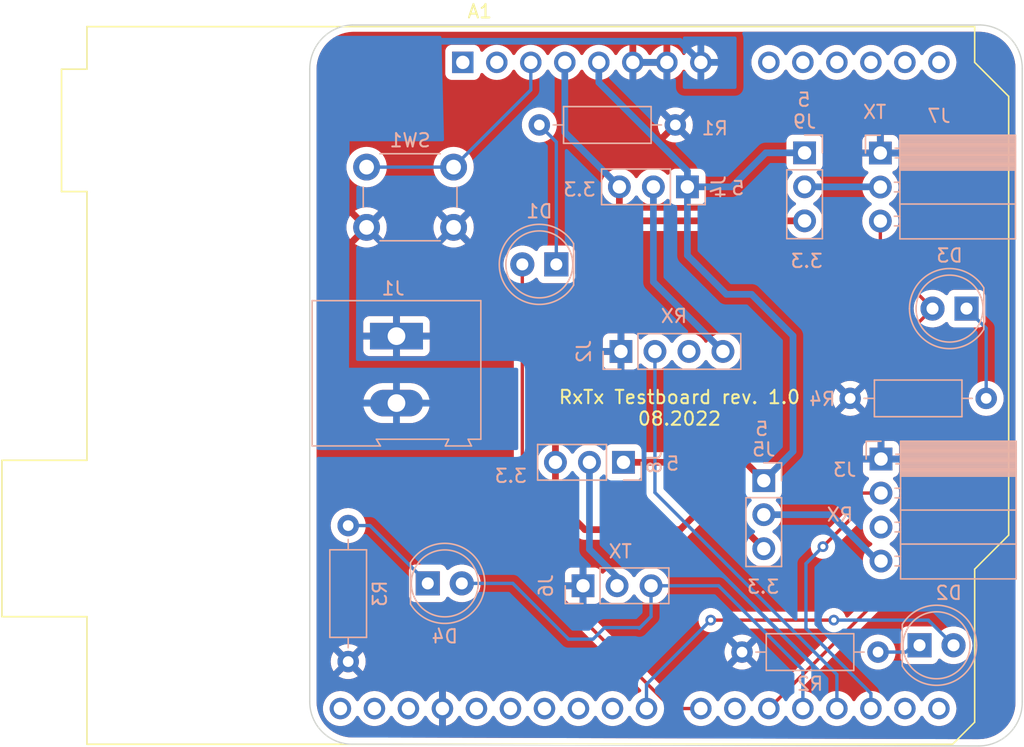
<source format=kicad_pcb>
(kicad_pcb (version 20211014) (generator pcbnew)
  (layers (0 "F.Cu" signal) (31 "B.Cu" signal) (34 "B.Paste" user) (35 "F.Paste" user) (36 "B.SilkS" user "B.Silkscreen") (37 "F.SilkS" user "F.Silkscreen") (38 "B.Mask" user) (39 "F.Mask" user) (44 "Edge.Cuts" user))
  (net 0 "")
  (net 3 "nReset")
  (net 4 "+3.3V")
  (net 5 "+5V")
  (net 6 "GND")
  (net 7 "VDD")
  (net 16 "Data_Rx0")
  (net 17 "Data_Rx1")
  (net 18 "Data_Tx0")
  (net 19 "Data_Tx1")
  (net 21 "Data_Rx_Hb0")
  (net 22 "Data_Rx_Hb1")
  (net 31 "Net-(D1-Pad1)")
  (net 32 "Net-(D2-Pad1)")
  (net 33 "Net-(D3-Pad1)")
  (net 34 "Net-(D4-Pad1)")
  (net 36 "/Vdd_Rx0")
  (net 38 "/Vdd_Rx1")
  (net 39 "/Vdd_Tx0")
  (net 40 "/Vdd_Tx1")
  (footprint "Module:Arduino_UNO_R3" (layer "F.Cu") (at 140.9954 80.2132)
    (fp_text reference "A1" (at 1.27 -3.81 180) (layer "F.SilkS"))
    (fp_text value "Arduino_UNO_R3")
    (fp_line (start -29.97 0.51) (end -29.97 9.65) (layer "F.SilkS") (width 0.12))
    (fp_line (start -28.07 41.4) (end -28.07 50.93) (layer "F.SilkS") (width 0.12))
    (fp_line (start 40.77 2.54) (end 38.23 0) (layer "F.SilkS") (width 0.12))
    (fp_line (start 38.23 -2.67) (end -28.07 -2.67) (layer "F.SilkS") (width 0.12))
    (fp_line (start 38.23 37.85) (end 40.77 35.31) (layer "F.SilkS") (width 0.12))
    (fp_line (start -28.07 -2.67) (end -28.07 0.51) (layer "F.SilkS") (width 0.12))
    (fp_line (start 38.23 49.28) (end 38.23 37.85) (layer "F.SilkS") (width 0.12))
    (fp_line (start -34.42 29.72) (end -34.42 41.4) (layer "F.SilkS") (width 0.12))
    (fp_line (start 38.23 0) (end 38.23 -2.67) (layer "F.SilkS") (width 0.12))
    (fp_line (start -28.07 9.65) (end -28.07 29.72) (layer "F.SilkS") (width 0.12))
    (fp_line (start -28.07 29.72) (end -34.42 29.72) (layer "F.SilkS") (width 0.12))
    (fp_line (start -34.42 41.4) (end -28.07 41.4) (layer "F.SilkS") (width 0.12))
    (fp_line (start -28.07 0.51) (end -29.97 0.51) (layer "F.SilkS") (width 0.12))
    (fp_line (start -28.07 50.93) (end 36.58 50.93) (layer "F.SilkS") (width 0.12))
    (fp_line (start 36.58 50.93) (end 38.23 49.28) (layer "F.SilkS") (width 0.12))
    (fp_line (start 40.77 35.31) (end 40.77 2.54) (layer "F.SilkS") (width 0.12))
    (fp_line (start -29.97 9.65) (end -28.07 9.65) (layer "F.SilkS") (width 0.12))
    (pad "1" thru_hole rect (at 0 0 90) (size 1.6 1.6) (drill 1) (layers *.Cu *.Mask))
    (pad "2" thru_hole oval (at 2.54 0 90) (size 1.6 1.6) (drill 1) (layers *.Cu *.Mask))
    (pad "3" thru_hole oval (at 5.08 0 90) (size 1.6 1.6) (drill 1) (layers *.Cu *.Mask) (net 3 "nReset"))
    (pad "4" thru_hole oval (at 7.62 0 90) (size 1.6 1.6) (drill 1) (layers *.Cu *.Mask) (net 4 "+3.3V"))
    (pad "5" thru_hole oval (at 10.16 0 90) (size 1.6 1.6) (drill 1) (layers *.Cu *.Mask) (net 5 "+5V"))
    (pad "6" thru_hole oval (at 12.7 0 90) (size 1.6 1.6) (drill 1) (layers *.Cu *.Mask) (net 6 "GND"))
    (pad "7" thru_hole oval (at 15.24 0 90) (size 1.6 1.6) (drill 1) (layers *.Cu *.Mask) (net 6 "GND"))
    (pad "8" thru_hole oval (at 17.78 0 90) (size 1.6 1.6) (drill 1) (layers *.Cu *.Mask) (net 7 "VDD"))
    (pad "9" thru_hole oval (at 22.86 0 90) (size 1.6 1.6) (drill 1) (layers *.Cu *.Mask))
    (pad "10" thru_hole oval (at 25.4 0 90) (size 1.6 1.6) (drill 1) (layers *.Cu *.Mask))
    (pad "11" thru_hole oval (at 27.94 0 90) (size 1.6 1.6) (drill 1) (layers *.Cu *.Mask))
    (pad "12" thru_hole oval (at 30.48 0 90) (size 1.6 1.6) (drill 1) (layers *.Cu *.Mask))
    (pad "13" thru_hole oval (at 33.02 0 90) (size 1.6 1.6) (drill 1) (layers *.Cu *.Mask))
    (pad "14" thru_hole oval (at 35.56 0 90) (size 1.6 1.6) (drill 1) (layers *.Cu *.Mask))
    (pad "15" thru_hole oval (at 35.56 48.26 90) (size 1.6 1.6) (drill 1) (layers *.Cu *.Mask))
    (pad "16" thru_hole oval (at 33.02 48.26 90) (size 1.6 1.6) (drill 1) (layers *.Cu *.Mask))
    (pad "17" thru_hole oval (at 30.48 48.26 90) (size 1.6 1.6) (drill 1) (layers *.Cu *.Mask) (net 17 "Data_Rx1"))
    (pad "18" thru_hole oval (at 27.94 48.26 90) (size 1.6 1.6) (drill 1) (layers *.Cu *.Mask) (net 16 "Data_Rx0"))
    (pad "19" thru_hole oval (at 25.4 48.26 90) (size 1.6 1.6) (drill 1) (layers *.Cu *.Mask) (net 18 "Data_Tx0"))
    (pad "20" thru_hole oval (at 22.86 48.26 90) (size 1.6 1.6) (drill 1) (layers *.Cu *.Mask) (net 19 "Data_Tx1"))
    (pad "21" thru_hole oval (at 20.32 48.26 90) (size 1.6 1.6) (drill 1) (layers *.Cu *.Mask))
    (pad "22" thru_hole oval (at 17.78 48.26 90) (size 1.6 1.6) (drill 1) (layers *.Cu *.Mask) (net 21 "Data_Rx_Hb0"))
    (pad "23" thru_hole oval (at 13.72 48.26 90) (size 1.6 1.6) (drill 1) (layers *.Cu *.Mask) (net 22 "Data_Rx_Hb1"))
    (pad "24" thru_hole oval (at 11.18 48.26 90) (size 1.6 1.6) (drill 1) (layers *.Cu *.Mask))
    (pad "25" thru_hole oval (at 8.64 48.26 90) (size 1.6 1.6) (drill 1) (layers *.Cu *.Mask))
    (pad "26" thru_hole oval (at 6.1 48.26 90) (size 1.6 1.6) (drill 1) (layers *.Cu *.Mask))
    (pad "27" thru_hole oval (at 3.56 48.26 90) (size 1.6 1.6) (drill 1) (layers *.Cu *.Mask))
    (pad "28" thru_hole oval (at 1.02 48.26 90) (size 1.6 1.6) (drill 1) (layers *.Cu *.Mask))
    (pad "29" thru_hole oval (at -1.52 48.26 90) (size 1.6 1.6) (drill 1) (layers *.Cu *.Mask) (net 6 "GND"))
    (pad "30" thru_hole oval (at -4.06 48.26 90) (size 1.6 1.6) (drill 1) (layers *.Cu *.Mask))
    (pad "31" thru_hole oval (at -6.6 48.26 90) (size 1.6 1.6) (drill 1) (layers *.Cu *.Mask))
    (pad "32" thru_hole oval (at -9.14 48.26 90) (size 1.6 1.6) (drill 1) (layers *.Cu *.Mask))
  )
  (footprint "Resistor_THT:R_Axial_DIN0207_L6.3mm_D2.5mm_P10.16mm_Horizontal" (layer "B.Cu") (at 132.4356 124.968 90)
    (fp_text reference "R3" (at 5.08 2.37 90) (layer "B.SilkS") (effects (justify mirror)))
    (fp_text value "100")
    (fp_line (start 1.81 1.37) (end 1.81 -1.37) (layer "B.SilkS") (width 0.12))
    (fp_line (start 8.35 1.37) (end 1.81 1.37) (layer "B.SilkS") (width 0.12))
    (fp_line (start 1.81 -1.37) (end 8.35 -1.37) (layer "B.SilkS") (width 0.12))
    (fp_line (start 1.04 0) (end 1.81 0) (layer "B.SilkS") (width 0.12))
    (fp_line (start 8.35 -1.37) (end 8.35 1.37) (layer "B.SilkS") (width 0.12))
    (fp_line (start 9.12 0) (end 8.35 0) (layer "B.SilkS") (width 0.12))
    (pad "1" thru_hole circle (at 0 0 90) (size 1.6 1.6) (drill 0.8) (layers *.Cu *.Mask) (net 6 "GND"))
    (pad "2" thru_hole oval (at 10.16 0 90) (size 1.6 1.6) (drill 0.8) (layers *.Cu *.Mask) (net 34 "Net-(D4-Pad1)"))
  )
  (footprint "TerminalBlock:TerminalBlock_Altech_AK300-2_P5.00mm" (layer "B.Cu") (at 136.0424 100.6602 -90)
    (property "Reference" "J1")
    (property "Value" "PWR_Input")
    (fp_text reference "J1" (at -3.556 0.254 180) (layer "B.SilkS") (effects (justify mirror)))
    (fp_text value "PWR_Input")
    (fp_line (start 7.7 -6.3) (end 7.7 -5.35) (layer "B.SilkS") (width 0.12))
    (fp_line (start 8.2 -3.7) (end 8.2 -3.65) (layer "B.SilkS") (width 0.12))
    (fp_line (start 8.2 6.3) (end -2.65 6.3) (layer "B.SilkS") (width 0.12))
    (fp_line (start -2.65 6.3) (end -2.65 -6.3) (layer "B.SilkS") (width 0.12))
    (fp_line (start 8.2 -5.6) (end 8.2 -3.7) (layer "B.SilkS") (width 0.12))
    (fp_line (start 7.7 1.5) (end 8.2 1.2) (layer "B.SilkS") (width 0.12))
    (fp_line (start -2.65 -6.3) (end 7.7 -6.3) (layer "B.SilkS") (width 0.12))
    (fp_line (start 7.7 -3.9) (end 7.7 1.5) (layer "B.SilkS") (width 0.12))
    (fp_line (start 7.7 -5.35) (end 8.2 -5.6) (layer "B.SilkS") (width 0.12))
    (fp_line (start 8.2 -3.65) (end 7.7 -3.9) (layer "B.SilkS") (width 0.12))
    (fp_line (start 8.2 1.2) (end 8.2 6.3) (layer "B.SilkS") (width 0.12))
    (pad "1" thru_hole rect (at 0 0 270) (size 1.98 3.96) (drill 1.32) (layers *.Cu *.Mask) (net 6 "GND"))
    (pad "2" thru_hole oval (at 5 0 270) (size 1.98 3.96) (drill 1.32) (layers *.Cu *.Mask) (net 7 "VDD"))
  )
  (footprint "Resistor_THT:R_Axial_DIN0207_L6.3mm_D2.5mm_P10.16mm_Horizontal" (layer "B.Cu") (at 156.8704 84.8868 180)
    (property "Reference" "R1")
    (property "Value" "100")
    (fp_text reference "R1" (at -2.9464 -0.254) (layer "B.SilkS") (effects (justify mirror)))
    (fp_text value "100")
    (fp_line (start 1.81 -1.37) (end 8.35 -1.37) (layer "B.SilkS") (width 0.12))
    (fp_line (start 1.04 0) (end 1.81 0) (layer "B.SilkS") (width 0.12))
    (fp_line (start 8.35 -1.37) (end 8.35 1.37) (layer "B.SilkS") (width 0.12))
    (fp_line (start 9.12 0) (end 8.35 0) (layer "B.SilkS") (width 0.12))
    (fp_line (start 8.35 1.37) (end 1.81 1.37) (layer "B.SilkS") (width 0.12))
    (fp_line (start 1.81 1.37) (end 1.81 -1.37) (layer "B.SilkS") (width 0.12))
    (pad "1" thru_hole circle (at 0 0 180) (size 1.6 1.6) (drill 0.8) (layers *.Cu *.Mask) (net 6 "GND"))
    (pad "2" thru_hole oval (at 10.16 0 180) (size 1.6 1.6) (drill 0.8) (layers *.Cu *.Mask) (net 31 "Net-(D1-Pad1)"))
  )
  (footprint "Connector_PinHeader_2.54mm:PinHeader_1x03_P2.54mm_Vertical" (layer "B.Cu") (at 166.5224 86.9696 180)
    (fp_text reference "J9" (at 0 2.33) (layer "B.SilkS") (effects (justify mirror)))
    (fp_text value "JTX1")
    (fp_line (start -1.33 0) (end -1.33 1.33) (layer "B.SilkS") (width 0.12))
    (fp_line (start -1.33 1.33) (end 0 1.33) (layer "B.SilkS") (width 0.12))
    (fp_line (start -1.33 -1.27) (end 1.33 -1.27) (layer "B.SilkS") (width 0.12))
    (fp_line (start -1.33 -1.27) (end -1.33 -6.41) (layer "B.SilkS") (width 0.12))
    (fp_line (start -1.33 -6.41) (end 1.33 -6.41) (layer "B.SilkS") (width 0.12))
    (fp_line (start 1.33 -1.27) (end 1.33 -6.41) (layer "B.SilkS") (width 0.12))
    (pad "1" thru_hole rect (at 0 0 180) (size 1.7 1.7) (drill 1) (layers *.Cu *.Mask) (net 5 "+5V"))
    (pad "2" thru_hole oval (at 0 -2.54 180) (size 1.7 1.7) (drill 1) (layers *.Cu *.Mask) (net 40 "/Vdd_Tx1"))
    (pad "3" thru_hole oval (at 0 -5.08 180) (size 1.7 1.7) (drill 1) (layers *.Cu *.Mask) (net 4 "+3.3V"))
  )
  (footprint "Connector_PinSocket_2.54mm:PinSocket_1x04_P2.54mm_Horizontal" (layer "B.Cu") (at 172.2316 109.8404 180)
    (fp_text reference "J3" (at 2.712 -0.802) (layer "B.SilkS") (effects (justify mirror)))
    (fp_text value "RX1")
    (fp_line (start -10.09 -0.797615) (end -1.46 -0.797615) (layer "B.SilkS") (width 0.12))
    (fp_line (start -10.09 -6.35) (end -1.46 -6.35) (layer "B.SilkS") (width 0.12))
    (fp_line (start -10.09 -1.1519) (end -1.46 -1.1519) (layer "B.SilkS") (width 0.12))
    (fp_line (start -10.09 -0.325235) (end -1.46 -0.325235) (layer "B.SilkS") (width 0.12))
    (fp_line (start -10.09 -0.91571) (end -1.46 -0.91571) (layer "B.SilkS") (width 0.12))
    (fp_line (start -10.09 0.50143) (end -1.46 0.50143) (layer "B.SilkS") (width 0.12))
    (fp_line (start -1.46 -7.98) (end -1.05 -7.98) (layer "B.SilkS") (width 0.12))
    (fp_line (start -10.09 0.383335) (end -1.46 0.383335) (layer "B.SilkS") (width 0.12))
    (fp_line (start -10.09 0.147145) (end -1.46 0.147145) (layer "B.SilkS") (width 0.12))
    (fp_line (start -10.09 1.091905) (end -1.46 1.091905) (layer "B.SilkS") (width 0.12))
    (fp_line (start -1.46 -5.44) (end -1.05 -5.44) (layer "B.SilkS") (width 0.12))
    (fp_line (start -10.09 -0.089045) (end -1.46 -0.089045) (layer "B.SilkS") (width 0.12))
    (fp_line (start 0 1.33) (end 1.11 1.33) (layer "B.SilkS") (width 0.12))
    (fp_line (start -10.09 -8.95) (end -1.46 -8.95) (layer "B.SilkS") (width 0.12))
    (fp_line (start -1.46 -2.9) (end -1.05 -2.9) (layer "B.SilkS") (width 0.12))
    (fp_line (start -10.09 0.73762) (end -1.46 0.73762) (layer "B.SilkS") (width 0.12))
    (fp_line (start -10.09 0.26524) (end -1.46 0.26524) (layer "B.SilkS") (width 0.12))
    (fp_line (start -1.46 1.33) (end -1.46 -8.95) (layer "B.SilkS") (width 0.12))
    (fp_line (start -10.09 -0.44333) (end -1.46 -0.44333) (layer "B.SilkS") (width 0.12))
    (fp_line (start -10.09 0.97381) (end -1.46 0.97381) (layer "B.SilkS") (width 0.12))
    (fp_line (start -10.09 -0.561425) (end -1.46 -0.561425) (layer "B.SilkS") (width 0.12))
    (fp_line (start -10.09 -1.033805) (end -1.46 -1.033805) (layer "B.SilkS") (width 0.12))
    (fp_line (start -1.46 -0.36) (end -1.11 -0.36) (layer "B.SilkS") (width 0.12))
    (fp_line (start -10.09 0.02905) (end -1.46 0.02905) (layer "B.SilkS") (width 0.12))
    (fp_line (start -10.09 1.21) (end -1.46 1.21) (layer "B.SilkS") (width 0.12))
    (fp_line (start -1.46 0.36) (end -1.11 0.36) (layer "B.SilkS") (width 0.12))
    (fp_line (start -10.09 -0.20714) (end -1.46 -0.20714) (layer "B.SilkS") (width 0.12))
    (fp_line (start -1.46 -2.18) (end -1.05 -2.18) (layer "B.SilkS") (width 0.12))
    (fp_line (start -1.46 -4.72) (end -1.05 -4.72) (layer "B.SilkS") (width 0.12))
    (fp_line (start -10.09 0.855715) (end -1.46 0.855715) (layer "B.SilkS") (width 0.12))
    (fp_line (start -10.09 0.619525) (end -1.46 0.619525) (layer "B.SilkS") (width 0.12))
    (fp_line (start -1.46 -7.26) (end -1.05 -7.26) (layer "B.SilkS") (width 0.12))
    (fp_line (start 1.11 1.33) (end 1.11 0) (layer "B.SilkS") (width 0.12))
    (fp_line (start -10.09 -3.81) (end -1.46 -3.81) (layer "B.SilkS") (width 0.12))
    (fp_line (start -10.09 1.33) (end -1.46 1.33) (layer "B.SilkS") (width 0.12))
    (fp_line (start -10.09 -1.27) (end -1.46 -1.27) (layer "B.SilkS") (width 0.12))
    (fp_line (start -10.09 1.33) (end -10.09 -8.95) (layer "B.SilkS") (width 0.12))
    (fp_line (start -10.09 -0.67952) (end -1.46 -0.67952) (layer "B.SilkS") (width 0.12))
    (pad "1" thru_hole rect (at 0 0 180) (size 1.7 1.7) (drill 1) (layers *.Cu *.Mask) (net 6 "GND"))
    (pad "2" thru_hole oval (at 0 -2.54 180) (size 1.7 1.7) (drill 1) (layers *.Cu *.Mask) (net 17 "Data_Rx1"))
    (pad "3" thru_hole oval (at 0 -5.08 180) (size 1.7 1.7) (drill 1) (layers *.Cu *.Mask))
    (pad "4" thru_hole oval (at 0 -7.62 180) (size 1.7 1.7) (drill 1) (layers *.Cu *.Mask) (net 38 "/Vdd_Rx1"))
  )
  (footprint "Connector_PinSocket_2.54mm:PinSocket_1x04_P2.54mm_Vertical" (layer "B.Cu") (at 152.8064 101.8032 -90)
    (property "Reference" "J2")
    (property "Value" "RX0")
    (fp_text reference "J2" (at 0 2.77 90) (layer "B.SilkS") (effects (justify mirror)))
    (fp_text value "RX0")
    (fp_line (start 1.33 1.33) (end 1.33 0) (layer "B.SilkS") (width 0.12))
    (fp_line (start -1.33 -8.95) (end 1.33 -8.95) (layer "B.SilkS") (width 0.12))
    (fp_line (start 0 1.33) (end 1.33 1.33) (layer "B.SilkS") (width 0.12))
    (fp_line (start -1.33 -1.27) (end 1.33 -1.27) (layer "B.SilkS") (width 0.12))
    (fp_line (start 1.33 -1.27) (end 1.33 -8.95) (layer "B.SilkS") (width 0.12))
    (fp_line (start -1.33 -1.27) (end -1.33 -8.95) (layer "B.SilkS") (width 0.12))
    (pad "1" thru_hole rect (at 0 0 270) (size 1.7 1.7) (drill 1) (layers *.Cu *.Mask) (net 6 "GND"))
    (pad "2" thru_hole oval (at 0 -2.54 270) (size 1.7 1.7) (drill 1) (layers *.Cu *.Mask) (net 16 "Data_Rx0"))
    (pad "3" thru_hole oval (at 0 -5.08 270) (size 1.7 1.7) (drill 1) (layers *.Cu *.Mask))
    (pad "4" thru_hole oval (at 0 -7.62 270) (size 1.7 1.7) (drill 1) (layers *.Cu *.Mask) (net 36 "/Vdd_Rx0"))
  )
  (footprint "Connector_PinHeader_2.54mm:PinHeader_1x03_P2.54mm_Vertical" (layer "B.Cu") (at 152.9946 110.0836 90)
    (property "Reference" "J8")
    (property "Value" "JTX0")
    (fp_text reference "J8" (at 0 2.33 90) (layer "B.SilkS") (effects (justify mirror)))
    (fp_text value "JTX0")
    (fp_line (start -1.33 0) (end -1.33 1.33) (layer "B.SilkS") (width 0.12))
    (fp_line (start 1.33 -1.27) (end 1.33 -6.41) (layer "B.SilkS") (width 0.12))
    (fp_line (start -1.33 -6.41) (end 1.33 -6.41) (layer "B.SilkS") (width 0.12))
    (fp_line (start -1.33 1.33) (end 0 1.33) (layer "B.SilkS") (width 0.12))
    (fp_line (start -1.33 -1.27) (end -1.33 -6.41) (layer "B.SilkS") (width 0.12))
    (fp_line (start -1.33 -1.27) (end 1.33 -1.27) (layer "B.SilkS") (width 0.12))
    (pad "1" thru_hole rect (at 0 0 90) (size 1.7 1.7) (drill 1) (layers *.Cu *.Mask) (net 5 "+5V"))
    (pad "2" thru_hole oval (at 0 -2.54 90) (size 1.7 1.7) (drill 1) (layers *.Cu *.Mask) (net 39 "/Vdd_Tx0"))
    (pad "3" thru_hole oval (at 0 -5.08 90) (size 1.7 1.7) (drill 1) (layers *.Cu *.Mask) (net 4 "+3.3V"))
  )
  (footprint "LED_THT:LED_D5.0mm" (layer "B.Cu") (at 138.3792 119.126)
    (fp_text reference "D4" (at 1.27 3.96) (layer "B.SilkS") (effects (justify mirror)))
    (fp_text value "LED_Tx0")
    (fp_line (start -1.29 1.545) (end -1.29 -1.545) (layer "B.SilkS") (width 0.12))
    (fp_arc (start -1.29 -1.54483) (mid 2.072002 -2.880433) (end 4.26 0.000462) (layer "B.SilkS") (width 0.12))
    (fp_arc (start 4.26 -0.000462) (mid 2.072002 2.880433) (end -1.29 1.54483) (layer "B.SilkS") (width 0.12))
    (fp_circle (center 1.27 0) (end 3.77 0) (layer "B.SilkS") (width 0.12) (fill none))
    (pad "1" thru_hole rect (at 0 0) (size 1.8 1.8) (drill 0.9) (layers *.Cu *.Mask) (net 34 "Net-(D4-Pad1)"))
    (pad "2" thru_hole circle (at 2.54 0) (size 1.8 1.8) (drill 0.9) (layers *.Cu *.Mask) (net 18 "Data_Tx0"))
  )
  (footprint "LED_THT:LED_D5.0mm" (layer "B.Cu") (at 175.1076 123.7488)
    (fp_text reference "D2" (at 2.1844 -3.9116) (layer "B.SilkS") (effects (justify mirror)))
    (fp_text value "LED_Rx1")
    (fp_line (start -1.29 1.545) (end -1.29 -1.545) (layer "B.SilkS") (width 0.12))
    (fp_arc (start 4.26 -0.000462) (mid 2.072002 2.880433) (end -1.29 1.54483) (layer "B.SilkS") (width 0.12))
    (fp_arc (start -1.29 -1.54483) (mid 2.072002 -2.880433) (end 4.26 0.000462) (layer "B.SilkS") (width 0.12))
    (fp_circle (center 1.27 0) (end 3.77 0) (layer "B.SilkS") (width 0.12) (fill none))
    (pad "1" thru_hole rect (at 0 0) (size 1.8 1.8) (drill 0.9) (layers *.Cu *.Mask) (net 32 "Net-(D2-Pad1)"))
    (pad "2" thru_hole circle (at 2.54 0) (size 1.8 1.8) (drill 0.9) (layers *.Cu *.Mask) (net 22 "Data_Rx_Hb1"))
  )
  (footprint "Connector_PinSocket_2.54mm:PinSocket_1x03_P2.54mm_Horizontal" (layer "B.Cu") (at 172.1808 86.9846 180)
    (fp_text reference "J7" (at -4.38 2.77) (layer "B.SilkS") (effects (justify mirror)))
    (fp_text value "TX1")
    (fp_line (start -10.09 0.02905) (end -1.46 0.02905) (layer "B.SilkS") (width 0.12))
    (fp_line (start -10.09 -1.1519) (end -1.46 -1.1519) (layer "B.SilkS") (width 0.12))
    (fp_line (start -1.46 -4.72) (end -1.05 -4.72) (layer "B.SilkS") (width 0.12))
    (fp_line (start 1.11 1.33) (end 1.11 0) (layer "B.SilkS") (width 0.12))
    (fp_line (start -10.09 0.619525) (end -1.46 0.619525) (layer "B.SilkS") (width 0.12))
    (fp_line (start -10.09 1.21) (end -1.46 1.21) (layer "B.SilkS") (width 0.12))
    (fp_line (start -10.09 -1.033805) (end -1.46 -1.033805) (layer "B.SilkS") (width 0.12))
    (fp_line (start -10.09 -1.27) (end -1.46 -1.27) (layer "B.SilkS") (width 0.12))
    (fp_line (start -1.46 1.33) (end -1.46 -6.41) (layer "B.SilkS") (width 0.12))
    (fp_line (start -10.09 -0.561425) (end -1.46 -0.561425) (layer "B.SilkS") (width 0.12))
    (fp_line (start -10.09 1.33) (end -10.09 -6.41) (layer "B.SilkS") (width 0.12))
    (fp_line (start -10.09 0.50143) (end -1.46 0.50143) (layer "B.SilkS") (width 0.12))
    (fp_line (start -1.46 -2.18) (end -1.05 -2.18) (layer "B.SilkS") (width 0.12))
    (fp_line (start -10.09 -0.67952) (end -1.46 -0.67952) (layer "B.SilkS") (width 0.12))
    (fp_line (start -10.09 -0.91571) (end -1.46 -0.91571) (layer "B.SilkS") (width 0.12))
    (fp_line (start -10.09 0.147145) (end -1.46 0.147145) (layer "B.SilkS") (width 0.12))
    (fp_line (start -10.09 0.26524) (end -1.46 0.26524) (layer "B.SilkS") (width 0.12))
    (fp_line (start 0 1.33) (end 1.11 1.33) (layer "B.SilkS") (width 0.12))
    (fp_line (start -10.09 -0.44333) (end -1.46 -0.44333) (layer "B.SilkS") (width 0.12))
    (fp_line (start -1.46 0.36) (end -1.11 0.36) (layer "B.SilkS") (width 0.12))
    (fp_line (start -10.09 1.091905) (end -1.46 1.091905) (layer "B.SilkS") (width 0.12))
    (fp_line (start -10.09 -0.20714) (end -1.46 -0.20714) (layer "B.SilkS") (width 0.12))
    (fp_line (start -1.46 -5.44) (end -1.05 -5.44) (layer "B.SilkS") (width 0.12))
    (fp_line (start -10.09 0.383335) (end -1.46 0.383335) (layer "B.SilkS") (width 0.12))
    (fp_line (start -10.09 0.73762) (end -1.46 0.73762) (layer "B.SilkS") (width 0.12))
    (fp_line (start -10.09 0.97381) (end -1.46 0.97381) (layer "B.SilkS") (width 0.12))
    (fp_line (start -10.09 -0.797615) (end -1.46 -0.797615) (layer "B.SilkS") (width 0.12))
    (fp_line (start -10.09 -3.81) (end -1.46 -3.81) (layer "B.SilkS") (width 0.12))
    (fp_line (start -10.09 0.855715) (end -1.46 0.855715) (layer "B.SilkS") (width 0.12))
    (fp_line (start -10.09 -0.325235) (end -1.46 -0.325235) (layer "B.SilkS") (width 0.12))
    (fp_line (start -10.09 -0.089045) (end -1.46 -0.089045) (layer "B.SilkS") (width 0.12))
    (fp_line (start -1.46 -2.9) (end -1.05 -2.9) (layer "B.SilkS") (width 0.12))
    (fp_line (start -10.09 1.33) (end -1.46 1.33) (layer "B.SilkS") (width 0.12))
    (fp_line (start -1.46 -0.36) (end -1.11 -0.36) (layer "B.SilkS") (width 0.12))
    (fp_line (start -10.09 -6.41) (end -1.46 -6.41) (layer "B.SilkS") (width 0.12))
    (pad "1" thru_hole rect (at 0 0 180) (size 1.7 1.7) (drill 1) (layers *.Cu *.Mask) (net 6 "GND"))
    (pad "2" thru_hole oval (at 0 -2.54 180) (size 1.7 1.7) (drill 1) (layers *.Cu *.Mask) (net 40 "/Vdd_Tx1"))
    (pad "3" thru_hole oval (at 0 -5.08 180) (size 1.7 1.7) (drill 1) (layers *.Cu *.Mask) (net 19 "Data_Tx1"))
  )
  (footprint "Resistor_THT:R_Axial_DIN0207_L6.3mm_D2.5mm_P10.16mm_Horizontal" (layer "B.Cu") (at 169.926 105.3084)
    (fp_text reference "R4" (at -2.0828 0.0508) (layer "B.SilkS") (effects (justify mirror)))
    (fp_text value "100")
    (fp_line (start 1.04 0) (end 1.81 0) (layer "B.SilkS") (width 0.12))
    (fp_line (start 8.35 1.37) (end 1.81 1.37) (layer "B.SilkS") (width 0.12))
    (fp_line (start 1.81 -1.37) (end 8.35 -1.37) (layer "B.SilkS") (width 0.12))
    (fp_line (start 8.35 -1.37) (end 8.35 1.37) (layer "B.SilkS") (width 0.12))
    (fp_line (start 1.81 1.37) (end 1.81 -1.37) (layer "B.SilkS") (width 0.12))
    (fp_line (start 9.12 0) (end 8.35 0) (layer "B.SilkS") (width 0.12))
    (pad "1" thru_hole circle (at 0 0) (size 1.6 1.6) (drill 0.8) (layers *.Cu *.Mask) (net 6 "GND"))
    (pad "2" thru_hole oval (at 10.16 0) (size 1.6 1.6) (drill 0.8) (layers *.Cu *.Mask) (net 33 "Net-(D3-Pad1)"))
  )
  (footprint "Button_Switch_THT:SW_PUSH_6mm_H4.3mm" (layer "B.Cu") (at 140.3096 88.0364 180)
    (property "Reference" "SW1")
    (property "Value" "Reset")
    (fp_text reference "SW1" (at 3.25 2) (layer "B.SilkS") (effects (justify mirror)))
    (fp_text value "Reset")
    (fp_line (start 1 -5.5) (end 5.5 -5.5) (layer "B.SilkS") (width 0.12))
    (fp_line (start 5.5 1) (end 1 1) (layer "B.SilkS") (width 0.12))
    (fp_line (start 6.75 -3) (end 6.75 -1.5) (layer "B.SilkS") (width 0.12))
    (fp_line (start -0.25 -1.5) (end -0.25 -3) (layer "B.SilkS") (width 0.12))
    (pad "1" thru_hole circle (at 0 0 90) (size 2 2) (drill 1.1) (layers *.Cu *.Mask) (net 3 "nReset"))
    (pad "1" thru_hole circle (at 6.5 0 90) (size 2 2) (drill 1.1) (layers *.Cu *.Mask) (net 3 "nReset"))
    (pad "2" thru_hole circle (at 0 -4.5 90) (size 2 2) (drill 1.1) (layers *.Cu *.Mask) (net 6 "GND"))
    (pad "2" thru_hole circle (at 6.5 -4.5 90) (size 2 2) (drill 1.1) (layers *.Cu *.Mask) (net 6 "GND"))
  )
  (footprint "Connector_PinSocket_2.54mm:PinSocket_1x03_P2.54mm_Vertical" (layer "B.Cu") (at 149.9766 119.3034 -90)
    (property "Reference" "J6")
    (property "Value" "TX0")
    (fp_text reference "J6" (at 0 2.77 90) (layer "B.SilkS") (effects (justify mirror)))
    (fp_text value "TX0")
    (fp_line (start 1.33 -1.27) (end 1.33 -6.41) (layer "B.SilkS") (width 0.12))
    (fp_line (start -1.33 -1.27) (end 1.33 -1.27) (layer "B.SilkS") (width 0.12))
    (fp_line (start -1.33 -6.41) (end 1.33 -6.41) (layer "B.SilkS") (width 0.12))
    (fp_line (start 0 1.33) (end 1.33 1.33) (layer "B.SilkS") (width 0.12))
    (fp_line (start 1.33 1.33) (end 1.33 0) (layer "B.SilkS") (width 0.12))
    (fp_line (start -1.33 -1.27) (end -1.33 -6.41) (layer "B.SilkS") (width 0.12))
    (pad "1" thru_hole rect (at 0 0 270) (size 1.7 1.7) (drill 1) (layers *.Cu *.Mask) (net 6 "GND"))
    (pad "2" thru_hole oval (at 0 -2.54 270) (size 1.7 1.7) (drill 1) (layers *.Cu *.Mask) (net 39 "/Vdd_Tx0"))
    (pad "3" thru_hole oval (at 0 -5.08 270) (size 1.7 1.7) (drill 1) (layers *.Cu *.Mask) (net 18 "Data_Tx0"))
  )
  (footprint "LED_THT:LED_D5.0mm" (layer "B.Cu") (at 147.9804 95.3008 180)
    (property "Reference" "D1")
    (property "Value" "LED_Rx0")
    (fp_text reference "D1" (at 1.27 3.96) (layer "B.SilkS") (effects (justify mirror)))
    (fp_text value "LED_Rx0")
    (fp_line (start -1.29 1.545) (end -1.29 -1.545) (layer "B.SilkS") (width 0.12))
    (fp_arc (start -1.29 -1.54483) (mid 2.072002 -2.880433) (end 4.26 0.000462) (layer "B.SilkS") (width 0.12))
    (fp_arc (start 4.26 -0.000462) (mid 2.072002 2.880433) (end -1.29 1.54483) (layer "B.SilkS") (width 0.12))
    (fp_circle (center 1.27 0) (end 3.77 0) (layer "B.SilkS") (width 0.12) (fill none))
    (pad "1" thru_hole rect (at 0 0 180) (size 1.8 1.8) (drill 0.9) (layers *.Cu *.Mask) (net 31 "Net-(D1-Pad1)"))
    (pad "2" thru_hole circle (at 2.54 0 180) (size 1.8 1.8) (drill 0.9) (layers *.Cu *.Mask) (net 21 "Data_Rx_Hb0"))
  )
  (footprint "LED_THT:LED_D5.0mm" (layer "B.Cu") (at 178.6178 98.6028 180)
    (fp_text reference "D3" (at 1.27 3.96) (layer "B.SilkS") (effects (justify mirror)))
    (fp_text value "LED_Tx1")
    (fp_line (start -1.29 1.545) (end -1.29 -1.545) (layer "B.SilkS") (width 0.12))
    (fp_arc (start -1.29 -1.54483) (mid 2.072002 -2.880433) (end 4.26 0.000462) (layer "B.SilkS") (width 0.12))
    (fp_arc (start 4.26 -0.000462) (mid 2.072002 2.880433) (end -1.29 1.54483) (layer "B.SilkS") (width 0.12))
    (fp_circle (center 1.27 0) (end 3.77 0) (layer "B.SilkS") (width 0.12) (fill none))
    (pad "1" thru_hole rect (at 0 0 180) (size 1.8 1.8) (drill 0.9) (layers *.Cu *.Mask) (net 33 "Net-(D3-Pad1)"))
    (pad "2" thru_hole circle (at 2.54 0 180) (size 1.8 1.8) (drill 0.9) (layers *.Cu *.Mask) (net 19 "Data_Tx1"))
  )
  (footprint "Resistor_THT:R_Axial_DIN0207_L6.3mm_D2.5mm_P10.16mm_Horizontal" (layer "B.Cu") (at 161.8488 124.2568)
    (fp_text reference "R2" (at 5.08 2.37) (layer "B.SilkS") (effects (justify mirror)))
    (fp_text value "100")
    (fp_line (start 1.81 1.37) (end 1.81 -1.37) (layer "B.SilkS") (width 0.12))
    (fp_line (start 1.04 0) (end 1.81 0) (layer "B.SilkS") (width 0.12))
    (fp_line (start 9.12 0) (end 8.35 0) (layer "B.SilkS") (width 0.12))
    (fp_line (start 8.35 1.37) (end 1.81 1.37) (layer "B.SilkS") (width 0.12))
    (fp_line (start 1.81 -1.37) (end 8.35 -1.37) (layer "B.SilkS") (width 0.12))
    (fp_line (start 8.35 -1.37) (end 8.35 1.37) (layer "B.SilkS") (width 0.12))
    (pad "1" thru_hole circle (at 0 0) (size 1.6 1.6) (drill 0.8) (layers *.Cu *.Mask) (net 6 "GND"))
    (pad "2" thru_hole oval (at 10.16 0) (size 1.6 1.6) (drill 0.8) (layers *.Cu *.Mask) (net 32 "Net-(D2-Pad1)"))
  )
  (footprint "Connector_PinHeader_2.54mm:PinHeader_1x03_P2.54mm_Vertical" (layer "B.Cu") (at 157.7698 89.5096 90)
    (fp_text reference "J4" (at 0 2.33 90) (layer "B.SilkS") (effects (justify mirror)))
    (fp_text value "JRX0")
    (fp_line (start -1.33 1.33) (end 0 1.33) (layer "B.SilkS") (width 0.12))
    (fp_line (start -1.33 -6.41) (end 1.33 -6.41) (layer "B.SilkS") (width 0.12))
    (fp_line (start 1.33 -1.27) (end 1.33 -6.41) (layer "B.SilkS") (width 0.12))
    (fp_line (start -1.33 -1.27) (end -1.33 -6.41) (layer "B.SilkS") (width 0.12))
    (fp_line (start -1.33 0) (end -1.33 1.33) (layer "B.SilkS") (width 0.12))
    (fp_line (start -1.33 -1.27) (end 1.33 -1.27) (layer "B.SilkS") (width 0.12))
    (pad "1" thru_hole rect (at 0 0 90) (size 1.7 1.7) (drill 1) (layers *.Cu *.Mask) (net 5 "+5V"))
    (pad "2" thru_hole oval (at 0 -2.54 90) (size 1.7 1.7) (drill 1) (layers *.Cu *.Mask) (net 36 "/Vdd_Rx0"))
    (pad "3" thru_hole oval (at 0 -5.08 90) (size 1.7 1.7) (drill 1) (layers *.Cu *.Mask) (net 4 "+3.3V"))
  )
  (footprint "Connector_PinHeader_2.54mm:PinHeader_1x03_P2.54mm_Vertical" (layer "B.Cu") (at 163.4744 111.4552 180)
    (fp_text reference "J5" (at 0 2.33) (layer "B.SilkS") (effects (justify mirror)))
    (fp_text value "JRX1")
    (fp_line (start 1.33 -1.27) (end 1.33 -6.41) (layer "B.SilkS") (width 0.12))
    (fp_line (start -1.33 -1.27) (end 1.33 -1.27) (layer "B.SilkS") (width 0.12))
    (fp_line (start -1.33 1.33) (end 0 1.33) (layer "B.SilkS") (width 0.12))
    (fp_line (start -1.33 0) (end -1.33 1.33) (layer "B.SilkS") (width 0.12))
    (fp_line (start -1.33 -6.41) (end 1.33 -6.41) (layer "B.SilkS") (width 0.12))
    (fp_line (start -1.33 -1.27) (end -1.33 -6.41) (layer "B.SilkS") (width 0.12))
    (pad "1" thru_hole rect (at 0 0 180) (size 1.7 1.7) (drill 1) (layers *.Cu *.Mask) (net 5 "+5V"))
    (pad "2" thru_hole oval (at 0 -2.54 180) (size 1.7 1.7) (drill 1) (layers *.Cu *.Mask) (net 38 "/Vdd_Rx1"))
    (pad "3" thru_hole oval (at 0 -5.08 180) (size 1.7 1.7) (drill 1) (layers *.Cu *.Mask) (net 4 "+3.3V"))
  )
  (gr_line (start 182.7784 127.9652) (end 182.7784 80.680264) (layer "Edge.Cuts") (width 0.1))
  (gr_arc (start 179.644336 77.4192) (mid 181.880194 78.406953) (end 182.7784 80.680264) (layer "Edge.Cuts") (width 0.1))
  (gr_line (start 129.5654 80.7212) (end 129.5654 127.9652) (layer "Edge.Cuts") (width 0.1))
  (gr_arc (start 132.7404 131.1402) (mid 130.495336 130.210264) (end 129.5654 127.9652) (layer "Edge.Cuts") (width 0.1))
  (gr_line (start 179.5272 131.2672) (end 132.7404 131.1402) (layer "Edge.Cuts") (width 0.1))
  (gr_arc (start 129.5654 80.7212) (mid 130.487918 78.430795) (end 132.7404 77.4192) (layer "Edge.Cuts") (width 0.1))
  (gr_arc (start 182.7784 127.9652) (mid 181.844176 130.296939) (end 179.5272 131.2672) (layer "Edge.Cuts") (width 0.1))
  (gr_line (start 179.644336 77.4192) (end 132.7404 77.4192) (layer "Edge.Cuts") (width 0.1))
  (gr_text "3.3" (at 166.6748 95.0468) (layer "B.SilkS") (effects (font (size 1 1)) (justify mirror)))
  (gr_text "5" (at 161.544 89.6112) (layer "B.SilkS") (effects (font (size 1 1)) (justify mirror)))
  (gr_text "3.3" (at 149.7076 89.7128) (layer "B.SilkS") (effects (font (size 1 1)) (justify mirror)))
  (gr_text "5" (at 166.4716 83.0072) (layer "B.SilkS") (effects (font (size 1 1)) (justify mirror)))
  (gr_text "3.3" (at 144.5768 111.0996) (layer "B.SilkS") (effects (font (size 1 1)) (justify mirror)))
  (gr_text "TX\n" (at 152.7556 116.7384) (layer "B.SilkS") (effects (font (size 1 1)) (justify mirror)))
  (gr_text "TX\n" (at 171.7548 83.9216) (layer "B.SilkS") (effects (font (size 1 1)) (justify mirror)))
  (gr_text "5" (at 156.6672 110.1852) (layer "B.SilkS") (effects (font (size 1 1)) (justify mirror)))
  (gr_text "3.3" (at 163.4236 119.38) (layer "B.SilkS") (effects (font (size 1 1)) (justify mirror)))
  (gr_text "RX" (at 169.164 113.9952) (layer "B.SilkS") (effects (font (size 1 1)) (justify mirror)))
  (gr_text "RX" (at 156.7688 99.1616) (layer "B.SilkS") (effects (font (size 1 1)) (justify mirror)))
  (gr_text "5" (at 163.322 107.5944) (layer "B.SilkS") (effects (font (size 1 1)) (justify mirror)))
  (gr_text "RxTx Testboard rev. 1.0\n08.2022" (at 157.1752 106.0196) (layer "F.SilkS") (effects (font (size 1 1))))
  (segment (start 146.0754 82.2706) (end 146.0754 80.2132) (width 0.25) (layer "B.Cu") (net 3))
  (segment (start 140.3096 88.0364) (end 146.0754 82.2706) (width 0.25) (layer "B.Cu") (net 3))
  (segment (start 140.3096 88.0364) (end 133.8096 88.0364) (width 0.25) (layer "B.Cu") (net 3))
  (segment (start 147.9146 112.9134) (end 150.114 115.1128) (width 0.5) (layer "F.Cu") (net 4))
  (segment (start 150.114 115.1128) (end 157.226 115.1128) (width 0.5) (layer "F.Cu") (net 4))
  (segment (start 147.9146 98.817283) (end 147.9146 110.0836) (width 0.5) (layer "F.Cu") (net 4))
  (segment (start 152.6898 91.7806) (end 152.6898 94.042083) (width 0.5) (layer "F.Cu") (net 4))
  (segment (start 157.226 115.1128) (end 158.481 113.8578) (width 0.5) (layer "F.Cu") (net 4))
  (segment (start 166.5224 92.0496) (end 152.9588 92.0496) (width 0.5) (layer "F.Cu") (net 4))
  (segment (start 152.6898 89.5096) (end 152.6898 91.7806) (width 0.5) (layer "F.Cu") (net 4))
  (segment (start 158.481 113.8578) (end 160.797 113.8578) (width 0.5) (layer "F.Cu") (net 4))
  (segment (start 152.9588 92.0496) (end 152.6898 91.7806) (width 0.5) (layer "F.Cu") (net 4))
  (segment (start 160.797 113.8578) (end 163.4744 116.5352) (width 0.5) (layer "F.Cu") (net 4))
  (segment (start 152.6898 94.042083) (end 147.9146 98.817283) (width 0.5) (layer "F.Cu") (net 4))
  (segment (start 147.9146 110.0836) (end 147.9146 112.9134) (width 0.5) (layer "F.Cu") (net 4))
  (segment (start 148.6154 80.2132) (end 148.6154 85.4352) (width 0.5) (layer "B.Cu") (net 4))
  (segment (start 148.6154 85.4352) (end 152.6898 89.5096) (width 0.5) (layer "B.Cu") (net 4))
  (segment (start 152.9946 110.0836) (end 162.1028 110.0836) (width 0.5) (layer "F.Cu") (net 5))
  (segment (start 162.1028 110.0836) (end 163.4744 111.4552) (width 0.5) (layer "F.Cu") (net 5))
  (segment (start 166.5224 86.9696) (end 163.6268 86.9696) (width 0.5) (layer "B.Cu") (net 5))
  (segment (start 151.1554 80.2132) (end 151.1554 81.7118) (width 0.5) (layer "B.Cu") (net 5))
  (segment (start 161.0868 89.5096) (end 157.7698 89.5096) (width 0.5) (layer "B.Cu") (net 5))
  (segment (start 163.6268 86.9696) (end 161.0868 89.5096) (width 0.5) (layer "B.Cu") (net 5))
  (segment (start 157.7698 94.6254) (end 157.7698 89.5096) (width 0.5) (layer "B.Cu") (net 5))
  (segment (start 162.56 97.536) (end 160.6804 97.536) (width 0.5) (layer "B.Cu") (net 5))
  (segment (start 157.7698 88.3262) (end 157.7698 89.5096) (width 0.5) (layer "B.Cu") (net 5))
  (segment (start 163.4744 111.4552) (end 165.6588 109.2708) (width 0.5) (layer "B.Cu") (net 5))
  (segment (start 160.6804 97.536) (end 157.7698 94.6254) (width 0.5) (layer "B.Cu") (net 5))
  (segment (start 165.6588 100.6348) (end 162.56 97.536) (width 0.5) (layer "B.Cu") (net 5))
  (segment (start 151.1554 81.7118) (end 157.7698 88.3262) (width 0.5) (layer "B.Cu") (net 5))
  (segment (start 165.6588 109.2708) (end 165.6588 100.6348) (width 0.5) (layer "B.Cu") (net 5))
  (segment (start 138.978096 78.6384) (end 131.9784 85.638096) (width 0.5) (layer "B.Cu") (net 7))
  (segment (start 157.2006 78.6384) (end 138.978096 78.6384) (width 0.5) (layer "B.Cu") (net 7))
  (segment (start 131.9784 104.648) (end 132.9906 105.6602) (width 0.5) (layer "B.Cu") (net 7))
  (segment (start 131.9784 85.638096) (end 131.9784 104.648) (width 0.5) (layer "B.Cu") (net 7))
  (segment (start 158.7754 80.2132) (end 157.2006 78.6384) (width 0.5) (layer "B.Cu") (net 7))
  (segment (start 132.9906 105.6602) (end 136.0424 105.6602) (width 0.5) (layer "B.Cu") (net 7))
  (segment (start 168.9354 128.4732) (end 168.9354 125.9332) (width 0.25) (layer "B.Cu") (net 16))
  (segment (start 155.3464 101.8032) (end 155.3464 112.3442) (width 0.25) (layer "B.Cu") (net 16))
  (segment (start 168.9354 125.9332) (end 155.3464 112.3442) (width 0.25) (layer "B.Cu") (net 16))
  (segment (start 170.0276 114.2492) (end 170.0276 112.9792) (width 0.25) (layer "F.Cu") (net 17))
  (segment (start 170.0276 112.9792) (end 170.6264 112.3804) (width 0.25) (layer "F.Cu") (net 17))
  (segment (start 170.6264 112.3804) (end 172.2316 112.3804) (width 0.25) (layer "F.Cu") (net 17))
  (segment (start 167.894 116.3828) (end 170.0276 114.2492) (width 0.25) (layer "F.Cu") (net 17))
  (via (at 167.894 116.3828) (size 0.8) (drill 0.4) (layers "F.Cu" "B.Cu") (net 17))
  (segment (start 171.4754 128.4732) (end 171.4754 127.34183) (width 0.25) (layer "B.Cu") (net 17))
  (segment (start 171.4754 127.34183) (end 166.624 122.49043) (width 0.25) (layer "B.Cu") (net 17))
  (segment (start 166.624 117.6528) (end 167.894 116.3828) (width 0.25) (layer "B.Cu") (net 17))
  (segment (start 166.624 122.49043) (end 166.624 117.6528) (width 0.25) (layer "B.Cu") (net 17))
  (segment (start 155.0566 121.6002) (end 155.0566 119.3034) (width 0.25) (layer "B.Cu") (net 18))
  (segment (start 150.7236 123.2916) (end 151.5872 122.428) (width 0.25) (layer "B.Cu") (net 18))
  (segment (start 154.1272 122.428) (end 154.178 122.4788) (width 0.25) (layer "B.Cu") (net 18))
  (segment (start 154.178 122.4788) (end 155.0566 121.6002) (width 0.25) (layer "B.Cu") (net 18))
  (segment (start 160.0958 119.3034) (end 155.0566 119.3034) (width 0.25) (layer "B.Cu") (net 18))
  (segment (start 148.8948 123.2916) (end 150.7236 123.2916) (width 0.25) (layer "B.Cu") (net 18))
  (segment (start 140.9192 119.126) (end 144.7292 119.126) (width 0.25) (layer "B.Cu") (net 18))
  (segment (start 166.3954 128.4732) (end 166.3954 125.603) (width 0.25) (layer "B.Cu") (net 18))
  (segment (start 166.3954 125.603) (end 160.0958 119.3034) (width 0.25) (layer "B.Cu") (net 18))
  (segment (start 151.5872 122.428) (end 154.1272 122.428) (width 0.25) (layer "B.Cu") (net 18))
  (segment (start 144.7292 119.126) (end 148.8948 123.2916) (width 0.25) (layer "B.Cu") (net 18))
  (segment (start 174.5996 117.729) (end 174.5996 100.081) (width 0.25) (layer "F.Cu") (net 19))
  (segment (start 174.5996 100.081) (end 176.0778 98.6028) (width 0.25) (layer "F.Cu") (net 19))
  (segment (start 163.8554 128.4732) (end 174.5996 117.729) (width 0.25) (layer "F.Cu") (net 19))
  (segment (start 172.1808 92.0646) (end 172.1808 94.7058) (width 0.25) (layer "F.Cu") (net 19))
  (segment (start 172.1808 94.7058) (end 176.0778 98.6028) (width 0.25) (layer "F.Cu") (net 19))
  (segment (start 156.614956 128.4732) (end 158.7754 128.4732) (width 0.25) (layer "F.Cu") (net 21))
  (segment (start 145.4404 117.298644) (end 156.614956 128.4732) (width 0.25) (layer "F.Cu") (net 21))
  (segment (start 145.4404 95.3008) (end 145.4404 117.298644) (width 0.25) (layer "F.Cu") (net 21))
  (segment (start 159.512 121.8692) (end 168.7068 121.8692) (width 0.25) (layer "F.Cu") (net 22))
  (via (at 159.512 121.8692) (size 0.8) (drill 0.4) (layers "F.Cu" "B.Cu") (net 22))
  (via (at 168.7068 121.8692) (size 0.8) (drill 0.4) (layers "F.Cu" "B.Cu") (net 22))
  (segment (start 154.7154 128.4732) (end 154.7154 126.6658) (width 0.25) (layer "B.Cu") (net 22))
  (segment (start 168.7068 121.8692) (end 175.768 121.8692) (width 0.25) (layer "B.Cu") (net 22))
  (segment (start 175.768 121.8692) (end 177.6476 123.7488) (width 0.25) (layer "B.Cu") (net 22))
  (segment (start 154.7154 126.6658) (end 159.512 121.8692) (width 0.25) (layer "B.Cu") (net 22))
  (segment (start 147.9804 95.3008) (end 147.9804 86.1568) (width 0.25) (layer "B.Cu") (net 31))
  (segment (start 147.9804 86.1568) (end 146.7104 84.8868) (width 0.25) (layer "B.Cu") (net 31))
  (segment (start 174.5996 123.7488) (end 175.1076 123.7488) (width 0.25) (layer "B.Cu") (net 32))
  (segment (start 172.0088 124.2568) (end 174.0916 124.2568) (width 0.25) (layer "B.Cu") (net 32))
  (segment (start 174.0916 124.2568) (end 174.5996 123.7488) (width 0.25) (layer "B.Cu") (net 32))
  (segment (start 180.086 100.071) (end 178.6178 98.6028) (width 0.25) (layer "B.Cu") (net 33))
  (segment (start 180.086 105.3084) (end 180.086 100.071) (width 0.25) (layer "B.Cu") (net 33))
  (segment (start 134.0612 114.808) (end 138.3792 119.126) (width 0.25) (layer "B.Cu") (net 34))
  (segment (start 132.4356 114.808) (end 134.0612 114.808) (width 0.25) (layer "B.Cu") (net 34))
  (segment (start 155.2298 96.6066) (end 160.4264 101.8032) (width 0.5) (layer "B.Cu") (net 36))
  (segment (start 155.2298 89.5096) (end 155.2298 96.6066) (width 0.5) (layer "B.Cu") (net 36))
  (segment (start 171.8014 117.4604) (end 172.2316 117.4604) (width 0.5) (layer "B.Cu") (net 38))
  (segment (start 163.4744 113.9952) (end 168.5036 113.9952) (width 0.5) (layer "B.Cu") (net 38))
  (segment (start 171.8014 117.293) (end 171.8014 117.4729) (width 0.5) (layer "B.Cu") (net 38))
  (segment (start 168.5036 113.9952) (end 171.8014 117.293) (width 0.5) (layer "B.Cu") (net 38))
  (segment (start 152.5166 118.6434) (end 152.5166 119.3034) (width 0.5) (layer "B.Cu") (net 39))
  (segment (start 150.4546 116.5814) (end 152.5166 118.6434) (width 0.5) (layer "B.Cu") (net 39))
  (segment (start 150.4546 110.0836) (end 150.4546 116.5814) (width 0.5) (layer "B.Cu") (net 39))
  (segment (start 172.1658 89.5096) (end 172.1808 89.5246) (width 0.5) (layer "B.Cu") (net 40))
  (segment (start 166.5224 89.5096) (end 172.1658 89.5096) (width 0.5) (layer "B.Cu") (net 40))
  (zone (net 6) (net_name "GND") (layer "F.Cu") (connect_pads (clearance 0.508)) (min_thickness 0.254) (fill yes (thermal_gap 0.508) (thermal_bridge_width 0.508))
    (polygon (pts (xy 182.8292 131.3688) (xy 129.032 131.1148) (xy 128.980882 77.67625) (xy 182.9308 77.5716)))
  )
  (zone (net 6) (net_name "GND") (layer "B.Cu") (connect_pads (clearance 0.508)) (min_thickness 0.254) (fill yes (thermal_gap 0.508) (thermal_bridge_width 0.508))
    (polygon (pts (xy 182.6768 131.1148) (xy 129.1336 130.8608) (xy 129.3368 130.7084) (xy 129.3876 77.6732) (xy 182.7784 77.6732)))
  )
  (zone (net 7) (net_name "VDD") (layer "B.Cu") (priority 3) (connect_pads (clearance 0.508)) (min_thickness 0.254) (fill yes (thermal_gap 0.508) (thermal_bridge_width 0.508))
    (polygon (pts (xy 132.4864 109.0676) (xy 129.9464 109.1692) (xy 129.6924 85.3948) (xy 132.5372 85.3948)))
  )
  (zone (net 7) (net_name "VDD") (layer "B.Cu") (priority 3) (connect_pads (clearance 0.508)) (min_thickness 0.254) (fill yes (thermal_gap 0.508) (thermal_bridge_width 0.508))
    (polygon (pts (xy 145.1356 109.1692) (xy 130.302 109.1692) (xy 130.302 103.0224) (xy 145.1356 103.0224)))
  )
  (zone (net 7) (net_name "VDD") (layer "B.Cu") (priority 3) (connect_pads (clearance 0.508)) (min_thickness 0.254) (fill yes (thermal_gap 0.508) (thermal_bridge_width 0.508))
    (polygon (pts (xy 139.5984 86.106) (xy 129.3876 86.106) (xy 129.6924 78.232) (xy 139.3952 78.232)))
  )
  (zone (net 7) (net_name "VDD") (layer "B.Cu") (priority 3) (connect_pads (clearance 0.508)) (min_thickness 0.254) (fill yes (thermal_gap 0.508) (thermal_bridge_width 0.508))
    (polygon (pts (xy 161.4424 82.1944) (xy 157.428645 82.190427) (xy 157.4292 78.2828) (xy 161.4424 78.2828)))
  )
)
</source>
